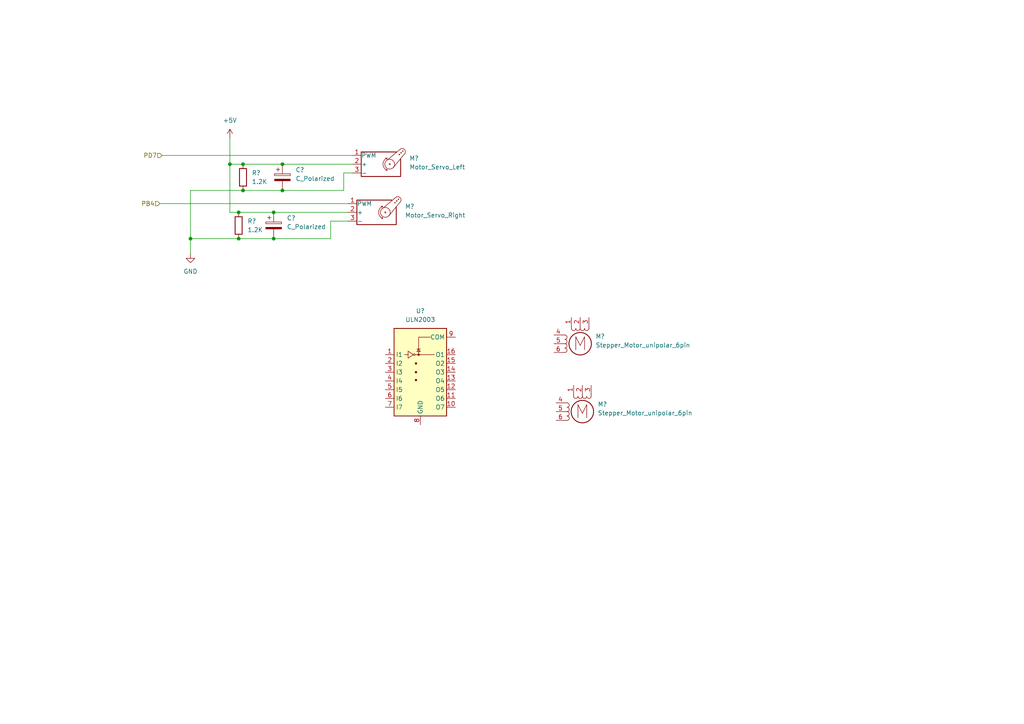
<source format=kicad_sch>
(kicad_sch (version 20211123) (generator eeschema)

  (uuid 304fe70f-dfa0-4929-9122-9e265d12556a)

  (paper "A4")

  (lib_symbols
    (symbol "Device:C_Polarized" (pin_numbers hide) (pin_names (offset 0.254)) (in_bom yes) (on_board yes)
      (property "Reference" "C" (id 0) (at 0.635 2.54 0)
        (effects (font (size 1.27 1.27)) (justify left))
      )
      (property "Value" "C_Polarized" (id 1) (at 0.635 -2.54 0)
        (effects (font (size 1.27 1.27)) (justify left))
      )
      (property "Footprint" "" (id 2) (at 0.9652 -3.81 0)
        (effects (font (size 1.27 1.27)) hide)
      )
      (property "Datasheet" "~" (id 3) (at 0 0 0)
        (effects (font (size 1.27 1.27)) hide)
      )
      (property "ki_keywords" "cap capacitor" (id 4) (at 0 0 0)
        (effects (font (size 1.27 1.27)) hide)
      )
      (property "ki_description" "Polarized capacitor" (id 5) (at 0 0 0)
        (effects (font (size 1.27 1.27)) hide)
      )
      (property "ki_fp_filters" "CP_*" (id 6) (at 0 0 0)
        (effects (font (size 1.27 1.27)) hide)
      )
      (symbol "C_Polarized_0_1"
        (rectangle (start -2.286 0.508) (end 2.286 1.016)
          (stroke (width 0) (type default) (color 0 0 0 0))
          (fill (type none))
        )
        (polyline
          (pts
            (xy -1.778 2.286)
            (xy -0.762 2.286)
          )
          (stroke (width 0) (type default) (color 0 0 0 0))
          (fill (type none))
        )
        (polyline
          (pts
            (xy -1.27 2.794)
            (xy -1.27 1.778)
          )
          (stroke (width 0) (type default) (color 0 0 0 0))
          (fill (type none))
        )
        (rectangle (start 2.286 -0.508) (end -2.286 -1.016)
          (stroke (width 0) (type default) (color 0 0 0 0))
          (fill (type outline))
        )
      )
      (symbol "C_Polarized_1_1"
        (pin passive line (at 0 3.81 270) (length 2.794)
          (name "~" (effects (font (size 1.27 1.27))))
          (number "1" (effects (font (size 1.27 1.27))))
        )
        (pin passive line (at 0 -3.81 90) (length 2.794)
          (name "~" (effects (font (size 1.27 1.27))))
          (number "2" (effects (font (size 1.27 1.27))))
        )
      )
    )
    (symbol "Device:R" (pin_numbers hide) (pin_names (offset 0)) (in_bom yes) (on_board yes)
      (property "Reference" "R" (id 0) (at 2.032 0 90)
        (effects (font (size 1.27 1.27)))
      )
      (property "Value" "R" (id 1) (at 0 0 90)
        (effects (font (size 1.27 1.27)))
      )
      (property "Footprint" "" (id 2) (at -1.778 0 90)
        (effects (font (size 1.27 1.27)) hide)
      )
      (property "Datasheet" "~" (id 3) (at 0 0 0)
        (effects (font (size 1.27 1.27)) hide)
      )
      (property "ki_keywords" "R res resistor" (id 4) (at 0 0 0)
        (effects (font (size 1.27 1.27)) hide)
      )
      (property "ki_description" "Resistor" (id 5) (at 0 0 0)
        (effects (font (size 1.27 1.27)) hide)
      )
      (property "ki_fp_filters" "R_*" (id 6) (at 0 0 0)
        (effects (font (size 1.27 1.27)) hide)
      )
      (symbol "R_0_1"
        (rectangle (start -1.016 -2.54) (end 1.016 2.54)
          (stroke (width 0.254) (type default) (color 0 0 0 0))
          (fill (type none))
        )
      )
      (symbol "R_1_1"
        (pin passive line (at 0 3.81 270) (length 1.27)
          (name "~" (effects (font (size 1.27 1.27))))
          (number "1" (effects (font (size 1.27 1.27))))
        )
        (pin passive line (at 0 -3.81 90) (length 1.27)
          (name "~" (effects (font (size 1.27 1.27))))
          (number "2" (effects (font (size 1.27 1.27))))
        )
      )
    )
    (symbol "Motor:Motor_Servo" (pin_names (offset 0.0254)) (in_bom yes) (on_board yes)
      (property "Reference" "M" (id 0) (at -5.08 4.445 0)
        (effects (font (size 1.27 1.27)) (justify left))
      )
      (property "Value" "Motor_Servo" (id 1) (at -5.08 -4.064 0)
        (effects (font (size 1.27 1.27)) (justify left top))
      )
      (property "Footprint" "" (id 2) (at 0 -4.826 0)
        (effects (font (size 1.27 1.27)) hide)
      )
      (property "Datasheet" "http://forums.parallax.com/uploads/attachments/46831/74481.png" (id 3) (at 0 -4.826 0)
        (effects (font (size 1.27 1.27)) hide)
      )
      (property "ki_keywords" "Servo Motor" (id 4) (at 0 0 0)
        (effects (font (size 1.27 1.27)) hide)
      )
      (property "ki_description" "Servo Motor (Futaba, HiTec, JR connector)" (id 5) (at 0 0 0)
        (effects (font (size 1.27 1.27)) hide)
      )
      (property "ki_fp_filters" "PinHeader*P2.54mm*" (id 6) (at 0 0 0)
        (effects (font (size 1.27 1.27)) hide)
      )
      (symbol "Motor_Servo_0_1"
        (polyline
          (pts
            (xy 2.413 -1.778)
            (xy 2.032 -1.778)
          )
          (stroke (width 0) (type default) (color 0 0 0 0))
          (fill (type none))
        )
        (polyline
          (pts
            (xy 2.413 -1.778)
            (xy 2.286 -1.397)
          )
          (stroke (width 0) (type default) (color 0 0 0 0))
          (fill (type none))
        )
        (polyline
          (pts
            (xy 2.413 1.778)
            (xy 1.905 1.778)
          )
          (stroke (width 0) (type default) (color 0 0 0 0))
          (fill (type none))
        )
        (polyline
          (pts
            (xy 2.413 1.778)
            (xy 2.286 1.397)
          )
          (stroke (width 0) (type default) (color 0 0 0 0))
          (fill (type none))
        )
        (polyline
          (pts
            (xy 6.35 4.445)
            (xy 2.54 1.27)
          )
          (stroke (width 0) (type default) (color 0 0 0 0))
          (fill (type none))
        )
        (polyline
          (pts
            (xy 7.62 3.175)
            (xy 4.191 -1.016)
          )
          (stroke (width 0) (type default) (color 0 0 0 0))
          (fill (type none))
        )
        (polyline
          (pts
            (xy 5.08 3.556)
            (xy -5.08 3.556)
            (xy -5.08 -3.556)
            (xy 6.35 -3.556)
            (xy 6.35 1.524)
          )
          (stroke (width 0.254) (type default) (color 0 0 0 0))
          (fill (type none))
        )
        (arc (start 2.413 1.778) (mid 1.2406 0) (end 2.413 -1.778)
          (stroke (width 0) (type default) (color 0 0 0 0))
          (fill (type none))
        )
        (circle (center 3.175 0) (radius 0.1778)
          (stroke (width 0) (type default) (color 0 0 0 0))
          (fill (type none))
        )
        (circle (center 3.175 0) (radius 1.4224)
          (stroke (width 0) (type default) (color 0 0 0 0))
          (fill (type none))
        )
        (circle (center 5.969 2.794) (radius 0.127)
          (stroke (width 0) (type default) (color 0 0 0 0))
          (fill (type none))
        )
        (circle (center 6.477 3.302) (radius 0.127)
          (stroke (width 0) (type default) (color 0 0 0 0))
          (fill (type none))
        )
        (circle (center 6.985 3.81) (radius 0.127)
          (stroke (width 0) (type default) (color 0 0 0 0))
          (fill (type none))
        )
        (arc (start 7.62 3.175) (mid 7.4485 4.2735) (end 6.35 4.445)
          (stroke (width 0) (type default) (color 0 0 0 0))
          (fill (type none))
        )
      )
      (symbol "Motor_Servo_1_1"
        (pin passive line (at -7.62 2.54 0) (length 2.54)
          (name "PWM" (effects (font (size 1.27 1.27))))
          (number "1" (effects (font (size 1.27 1.27))))
        )
        (pin passive line (at -7.62 0 0) (length 2.54)
          (name "+" (effects (font (size 1.27 1.27))))
          (number "2" (effects (font (size 1.27 1.27))))
        )
        (pin passive line (at -7.62 -2.54 0) (length 2.54)
          (name "-" (effects (font (size 1.27 1.27))))
          (number "3" (effects (font (size 1.27 1.27))))
        )
      )
    )
    (symbol "Motor:Stepper_Motor_unipolar_6pin" (pin_names (offset 0) hide) (in_bom yes) (on_board yes)
      (property "Reference" "M" (id 0) (at 3.81 2.54 0)
        (effects (font (size 1.27 1.27)) (justify left))
      )
      (property "Value" "Stepper_Motor_unipolar_6pin" (id 1) (at 3.81 1.27 0)
        (effects (font (size 1.27 1.27)) (justify left top))
      )
      (property "Footprint" "" (id 2) (at 0.254 -0.254 0)
        (effects (font (size 1.27 1.27)) hide)
      )
      (property "Datasheet" "http://www.infineon.com/dgdl/Application-Note-TLE8110EE_driving_UniPolarStepperMotor_V1.1.pdf?fileId=db3a30431be39b97011be5d0aa0a00b0" (id 3) (at 0.254 -0.254 0)
        (effects (font (size 1.27 1.27)) hide)
      )
      (property "ki_keywords" "unipolar stepper motor" (id 4) (at 0 0 0)
        (effects (font (size 1.27 1.27)) hide)
      )
      (property "ki_description" "6-wire unipolar stepper motor" (id 5) (at 0 0 0)
        (effects (font (size 1.27 1.27)) hide)
      )
      (property "ki_fp_filters" "PinHeader*P2.54mm* TerminalBlock*" (id 6) (at 0 0 0)
        (effects (font (size 1.27 1.27)) hide)
      )
      (symbol "Stepper_Motor_unipolar_6pin_0_0"
        (polyline
          (pts
            (xy -1.27 -1.778)
            (xy -1.27 2.032)
            (xy 0 -0.508)
            (xy 1.27 2.032)
            (xy 1.27 -1.778)
          )
          (stroke (width 0) (type default) (color 0 0 0 0))
          (fill (type none))
        )
      )
      (symbol "Stepper_Motor_unipolar_6pin_0_1"
        (arc (start -4.445 -2.54) (mid -3.81 -1.905) (end -4.445 -1.27)
          (stroke (width 0) (type default) (color 0 0 0 0))
          (fill (type none))
        )
        (arc (start -4.445 -1.27) (mid -3.81 -0.635) (end -4.445 0)
          (stroke (width 0) (type default) (color 0 0 0 0))
          (fill (type none))
        )
        (arc (start -4.445 0) (mid -3.81 0.635) (end -4.445 1.27)
          (stroke (width 0) (type default) (color 0 0 0 0))
          (fill (type none))
        )
        (arc (start -4.445 1.27) (mid -3.81 1.905) (end -4.445 2.54)
          (stroke (width 0) (type default) (color 0 0 0 0))
          (fill (type none))
        )
        (arc (start -2.54 4.445) (mid -1.905 3.81) (end -1.27 4.445)
          (stroke (width 0) (type default) (color 0 0 0 0))
          (fill (type none))
        )
        (arc (start -1.27 4.445) (mid -0.635 3.81) (end 0 4.445)
          (stroke (width 0) (type default) (color 0 0 0 0))
          (fill (type none))
        )
        (polyline
          (pts
            (xy -5.08 -2.54)
            (xy -4.445 -2.54)
          )
          (stroke (width 0) (type default) (color 0 0 0 0))
          (fill (type none))
        )
        (polyline
          (pts
            (xy -5.08 2.54)
            (xy -4.445 2.54)
          )
          (stroke (width 0) (type default) (color 0 0 0 0))
          (fill (type none))
        )
        (polyline
          (pts
            (xy -4.445 0)
            (xy -5.08 0)
          )
          (stroke (width 0) (type default) (color 0 0 0 0))
          (fill (type none))
        )
        (polyline
          (pts
            (xy -2.54 4.445)
            (xy -2.54 5.08)
          )
          (stroke (width 0) (type default) (color 0 0 0 0))
          (fill (type none))
        )
        (polyline
          (pts
            (xy 0 4.445)
            (xy 0 5.08)
          )
          (stroke (width 0) (type default) (color 0 0 0 0))
          (fill (type none))
        )
        (polyline
          (pts
            (xy 2.54 4.445)
            (xy 2.54 5.08)
          )
          (stroke (width 0) (type default) (color 0 0 0 0))
          (fill (type none))
        )
        (circle (center 0 0) (radius 3.2512)
          (stroke (width 0.254) (type default) (color 0 0 0 0))
          (fill (type none))
        )
        (arc (start 0 4.445) (mid 0.635 3.81) (end 1.27 4.445)
          (stroke (width 0) (type default) (color 0 0 0 0))
          (fill (type none))
        )
        (arc (start 1.27 4.445) (mid 1.905 3.81) (end 2.54 4.445)
          (stroke (width 0) (type default) (color 0 0 0 0))
          (fill (type none))
        )
      )
      (symbol "Stepper_Motor_unipolar_6pin_1_1"
        (pin passive line (at -2.54 7.62 270) (length 2.54)
          (name "~" (effects (font (size 1.27 1.27))))
          (number "1" (effects (font (size 1.27 1.27))))
        )
        (pin passive line (at 0 7.62 270) (length 2.54)
          (name "~" (effects (font (size 1.27 1.27))))
          (number "2" (effects (font (size 1.27 1.27))))
        )
        (pin passive line (at 2.54 7.62 270) (length 2.54)
          (name "-" (effects (font (size 1.27 1.27))))
          (number "3" (effects (font (size 1.27 1.27))))
        )
        (pin passive line (at -7.62 2.54 0) (length 2.54)
          (name "~" (effects (font (size 1.27 1.27))))
          (number "4" (effects (font (size 1.27 1.27))))
        )
        (pin passive line (at -7.62 0 0) (length 2.54)
          (name "~" (effects (font (size 1.27 1.27))))
          (number "5" (effects (font (size 1.27 1.27))))
        )
        (pin passive line (at -7.62 -2.54 0) (length 2.54)
          (name "~" (effects (font (size 1.27 1.27))))
          (number "6" (effects (font (size 1.27 1.27))))
        )
      )
    )
    (symbol "Transistor_Array:ULN2003" (in_bom yes) (on_board yes)
      (property "Reference" "U" (id 0) (at 0 15.875 0)
        (effects (font (size 1.27 1.27)))
      )
      (property "Value" "ULN2003" (id 1) (at 0 13.97 0)
        (effects (font (size 1.27 1.27)))
      )
      (property "Footprint" "" (id 2) (at 1.27 -13.97 0)
        (effects (font (size 1.27 1.27)) (justify left) hide)
      )
      (property "Datasheet" "http://www.ti.com/lit/ds/symlink/uln2003a.pdf" (id 3) (at 2.54 -5.08 0)
        (effects (font (size 1.27 1.27)) hide)
      )
      (property "ki_keywords" "darlington transistor array" (id 4) (at 0 0 0)
        (effects (font (size 1.27 1.27)) hide)
      )
      (property "ki_description" "High Voltage, High Current Darlington Transistor Arrays, SOIC16/SOIC16W/DIP16/TSSOP16" (id 5) (at 0 0 0)
        (effects (font (size 1.27 1.27)) hide)
      )
      (property "ki_fp_filters" "DIP*W7.62mm* SOIC*3.9x9.9mm*P1.27mm* SSOP*4.4x5.2mm*P0.65mm* TSSOP*4.4x5mm*P0.65mm* SOIC*W*5.3x10.2mm*P1.27mm*" (id 6) (at 0 0 0)
        (effects (font (size 1.27 1.27)) hide)
      )
      (symbol "ULN2003_0_1"
        (rectangle (start -7.62 -12.7) (end 7.62 12.7)
          (stroke (width 0.254) (type default) (color 0 0 0 0))
          (fill (type background))
        )
        (circle (center -1.778 5.08) (radius 0.254)
          (stroke (width 0) (type default) (color 0 0 0 0))
          (fill (type none))
        )
        (circle (center -1.27 -2.286) (radius 0.254)
          (stroke (width 0) (type default) (color 0 0 0 0))
          (fill (type outline))
        )
        (circle (center -1.27 0) (radius 0.254)
          (stroke (width 0) (type default) (color 0 0 0 0))
          (fill (type outline))
        )
        (circle (center -1.27 2.54) (radius 0.254)
          (stroke (width 0) (type default) (color 0 0 0 0))
          (fill (type outline))
        )
        (circle (center -0.508 5.08) (radius 0.254)
          (stroke (width 0) (type default) (color 0 0 0 0))
          (fill (type outline))
        )
        (polyline
          (pts
            (xy -4.572 5.08)
            (xy -3.556 5.08)
          )
          (stroke (width 0) (type default) (color 0 0 0 0))
          (fill (type none))
        )
        (polyline
          (pts
            (xy -1.524 5.08)
            (xy 4.064 5.08)
          )
          (stroke (width 0) (type default) (color 0 0 0 0))
          (fill (type none))
        )
        (polyline
          (pts
            (xy 0 6.731)
            (xy -1.016 6.731)
          )
          (stroke (width 0) (type default) (color 0 0 0 0))
          (fill (type none))
        )
        (polyline
          (pts
            (xy -0.508 5.08)
            (xy -0.508 10.16)
            (xy 2.921 10.16)
          )
          (stroke (width 0) (type default) (color 0 0 0 0))
          (fill (type none))
        )
        (polyline
          (pts
            (xy -3.556 6.096)
            (xy -3.556 4.064)
            (xy -2.032 5.08)
            (xy -3.556 6.096)
          )
          (stroke (width 0) (type default) (color 0 0 0 0))
          (fill (type none))
        )
        (polyline
          (pts
            (xy 0 5.969)
            (xy -1.016 5.969)
            (xy -0.508 6.731)
            (xy 0 5.969)
          )
          (stroke (width 0) (type default) (color 0 0 0 0))
          (fill (type none))
        )
      )
      (symbol "ULN2003_1_1"
        (pin input line (at -10.16 5.08 0) (length 2.54)
          (name "I1" (effects (font (size 1.27 1.27))))
          (number "1" (effects (font (size 1.27 1.27))))
        )
        (pin open_collector line (at 10.16 -10.16 180) (length 2.54)
          (name "O7" (effects (font (size 1.27 1.27))))
          (number "10" (effects (font (size 1.27 1.27))))
        )
        (pin open_collector line (at 10.16 -7.62 180) (length 2.54)
          (name "O6" (effects (font (size 1.27 1.27))))
          (number "11" (effects (font (size 1.27 1.27))))
        )
        (pin open_collector line (at 10.16 -5.08 180) (length 2.54)
          (name "O5" (effects (font (size 1.27 1.27))))
          (number "12" (effects (font (size 1.27 1.27))))
        )
        (pin open_collector line (at 10.16 -2.54 180) (length 2.54)
          (name "O4" (effects (font (size 1.27 1.27))))
          (number "13" (effects (font (size 1.27 1.27))))
        )
        (pin open_collector line (at 10.16 0 180) (length 2.54)
          (name "O3" (effects (font (size 1.27 1.27))))
          (number "14" (effects (font (size 1.27 1.27))))
        )
        (pin open_collector line (at 10.16 2.54 180) (length 2.54)
          (name "O2" (effects (font (size 1.27 1.27))))
          (number "15" (effects (font (size 1.27 1.27))))
        )
        (pin open_collector line (at 10.16 5.08 180) (length 2.54)
          (name "O1" (effects (font (size 1.27 1.27))))
          (number "16" (effects (font (size 1.27 1.27))))
        )
        (pin input line (at -10.16 2.54 0) (length 2.54)
          (name "I2" (effects (font (size 1.27 1.27))))
          (number "2" (effects (font (size 1.27 1.27))))
        )
        (pin input line (at -10.16 0 0) (length 2.54)
          (name "I3" (effects (font (size 1.27 1.27))))
          (number "3" (effects (font (size 1.27 1.27))))
        )
        (pin input line (at -10.16 -2.54 0) (length 2.54)
          (name "I4" (effects (font (size 1.27 1.27))))
          (number "4" (effects (font (size 1.27 1.27))))
        )
        (pin input line (at -10.16 -5.08 0) (length 2.54)
          (name "I5" (effects (font (size 1.27 1.27))))
          (number "5" (effects (font (size 1.27 1.27))))
        )
        (pin input line (at -10.16 -7.62 0) (length 2.54)
          (name "I6" (effects (font (size 1.27 1.27))))
          (number "6" (effects (font (size 1.27 1.27))))
        )
        (pin input line (at -10.16 -10.16 0) (length 2.54)
          (name "I7" (effects (font (size 1.27 1.27))))
          (number "7" (effects (font (size 1.27 1.27))))
        )
        (pin power_in line (at 0 -15.24 90) (length 2.54)
          (name "GND" (effects (font (size 1.27 1.27))))
          (number "8" (effects (font (size 1.27 1.27))))
        )
        (pin passive line (at 10.16 10.16 180) (length 2.54)
          (name "COM" (effects (font (size 1.27 1.27))))
          (number "9" (effects (font (size 1.27 1.27))))
        )
      )
    )
    (symbol "power:+5V" (power) (pin_names (offset 0)) (in_bom yes) (on_board yes)
      (property "Reference" "#PWR" (id 0) (at 0 -3.81 0)
        (effects (font (size 1.27 1.27)) hide)
      )
      (property "Value" "+5V" (id 1) (at 0 3.556 0)
        (effects (font (size 1.27 1.27)))
      )
      (property "Footprint" "" (id 2) (at 0 0 0)
        (effects (font (size 1.27 1.27)) hide)
      )
      (property "Datasheet" "" (id 3) (at 0 0 0)
        (effects (font (size 1.27 1.27)) hide)
      )
      (property "ki_keywords" "power-flag" (id 4) (at 0 0 0)
        (effects (font (size 1.27 1.27)) hide)
      )
      (property "ki_description" "Power symbol creates a global label with name \"+5V\"" (id 5) (at 0 0 0)
        (effects (font (size 1.27 1.27)) hide)
      )
      (symbol "+5V_0_1"
        (polyline
          (pts
            (xy -0.762 1.27)
            (xy 0 2.54)
          )
          (stroke (width 0) (type default) (color 0 0 0 0))
          (fill (type none))
        )
        (polyline
          (pts
            (xy 0 0)
            (xy 0 2.54)
          )
          (stroke (width 0) (type default) (color 0 0 0 0))
          (fill (type none))
        )
        (polyline
          (pts
            (xy 0 2.54)
            (xy 0.762 1.27)
          )
          (stroke (width 0) (type default) (color 0 0 0 0))
          (fill (type none))
        )
      )
      (symbol "+5V_1_1"
        (pin power_in line (at 0 0 90) (length 0) hide
          (name "+5V" (effects (font (size 1.27 1.27))))
          (number "1" (effects (font (size 1.27 1.27))))
        )
      )
    )
    (symbol "power:GND" (power) (pin_names (offset 0)) (in_bom yes) (on_board yes)
      (property "Reference" "#PWR" (id 0) (at 0 -6.35 0)
        (effects (font (size 1.27 1.27)) hide)
      )
      (property "Value" "GND" (id 1) (at 0 -3.81 0)
        (effects (font (size 1.27 1.27)))
      )
      (property "Footprint" "" (id 2) (at 0 0 0)
        (effects (font (size 1.27 1.27)) hide)
      )
      (property "Datasheet" "" (id 3) (at 0 0 0)
        (effects (font (size 1.27 1.27)) hide)
      )
      (property "ki_keywords" "power-flag" (id 4) (at 0 0 0)
        (effects (font (size 1.27 1.27)) hide)
      )
      (property "ki_description" "Power symbol creates a global label with name \"GND\" , ground" (id 5) (at 0 0 0)
        (effects (font (size 1.27 1.27)) hide)
      )
      (symbol "GND_0_1"
        (polyline
          (pts
            (xy 0 0)
            (xy 0 -1.27)
            (xy 1.27 -1.27)
            (xy 0 -2.54)
            (xy -1.27 -1.27)
            (xy 0 -1.27)
          )
          (stroke (width 0) (type default) (color 0 0 0 0))
          (fill (type none))
        )
      )
      (symbol "GND_1_1"
        (pin power_in line (at 0 0 270) (length 0) hide
          (name "GND" (effects (font (size 1.27 1.27))))
          (number "1" (effects (font (size 1.27 1.27))))
        )
      )
    )
  )

  (junction (at 69.215 61.595) (diameter 0) (color 0 0 0 0)
    (uuid 00b65f57-453f-451b-b6b5-efa91c46b0eb)
  )
  (junction (at 70.485 47.625) (diameter 0) (color 0 0 0 0)
    (uuid 0d6cc883-9cc2-447e-aced-8ab0df76e61b)
  )
  (junction (at 79.375 61.595) (diameter 0) (color 0 0 0 0)
    (uuid 2f486cfa-1bd6-4742-ac34-e637a084602b)
  )
  (junction (at 81.915 47.625) (diameter 0) (color 0 0 0 0)
    (uuid 3ffa8bb1-e99b-48e1-ad4a-901d626b6cc4)
  )
  (junction (at 55.245 69.215) (diameter 0) (color 0 0 0 0)
    (uuid 5ba1c4fd-a291-445e-adc6-76d8170ddd7e)
  )
  (junction (at 69.215 69.215) (diameter 0) (color 0 0 0 0)
    (uuid 9cd8cdaf-1509-455f-88bd-3e1ef34068bf)
  )
  (junction (at 81.915 55.245) (diameter 0) (color 0 0 0 0)
    (uuid a49cff34-e81b-4807-82e4-7d1facb56f6f)
  )
  (junction (at 79.375 69.215) (diameter 0) (color 0 0 0 0)
    (uuid c2bc17e2-d0f3-4bac-88ae-757e24ff2acf)
  )
  (junction (at 66.675 47.625) (diameter 0) (color 0 0 0 0)
    (uuid ea7b762b-873e-4b00-a63f-71b99b1fab06)
  )
  (junction (at 70.485 55.245) (diameter 0) (color 0 0 0 0)
    (uuid ea848eaa-458e-4e97-aae2-c1bfb939f275)
  )

  (wire (pts (xy 55.245 69.215) (xy 69.215 69.215))
    (stroke (width 0) (type default) (color 0 0 0 0))
    (uuid 00ef08f3-103c-4888-b4ce-5d301a8dca40)
  )
  (wire (pts (xy 55.245 73.66) (xy 55.245 69.215))
    (stroke (width 0) (type default) (color 0 0 0 0))
    (uuid 0c313971-f526-4adb-b38a-0415e4fe66c1)
  )
  (wire (pts (xy 81.915 55.245) (xy 99.695 55.245))
    (stroke (width 0) (type default) (color 0 0 0 0))
    (uuid 17451ddc-3dda-464d-9228-5fd3e89935da)
  )
  (wire (pts (xy 46.355 59.055) (xy 100.965 59.055))
    (stroke (width 0) (type default) (color 0 0 0 0))
    (uuid 224e450a-d246-4fa5-ab83-7a2114d26e9c)
  )
  (wire (pts (xy 69.215 69.215) (xy 79.375 69.215))
    (stroke (width 0) (type default) (color 0 0 0 0))
    (uuid 30791eff-8901-4470-b3f3-3aea46032fa8)
  )
  (wire (pts (xy 46.99 45.085) (xy 102.235 45.085))
    (stroke (width 0) (type default) (color 0 0 0 0))
    (uuid 334502bb-327b-46cb-b2cc-62d3fc91e5af)
  )
  (wire (pts (xy 95.885 64.135) (xy 95.885 69.215))
    (stroke (width 0) (type default) (color 0 0 0 0))
    (uuid 43b264b9-59ae-4c85-8368-1a5b1e53e6ab)
  )
  (wire (pts (xy 69.215 61.595) (xy 79.375 61.595))
    (stroke (width 0) (type default) (color 0 0 0 0))
    (uuid 4d2e5c6d-f132-4df3-a13a-9ce753c0fb20)
  )
  (wire (pts (xy 66.675 40.005) (xy 66.675 47.625))
    (stroke (width 0) (type default) (color 0 0 0 0))
    (uuid 69db6b30-1a0c-4a39-befe-4316a0389742)
  )
  (wire (pts (xy 70.485 55.245) (xy 81.915 55.245))
    (stroke (width 0) (type default) (color 0 0 0 0))
    (uuid 6b7b4b5c-f57c-472a-a478-e77c5bc54699)
  )
  (wire (pts (xy 102.235 50.165) (xy 99.695 50.165))
    (stroke (width 0) (type default) (color 0 0 0 0))
    (uuid 82bfbf71-e096-4f49-a602-6246afea7bc0)
  )
  (wire (pts (xy 66.675 61.595) (xy 69.215 61.595))
    (stroke (width 0) (type default) (color 0 0 0 0))
    (uuid 883f0ac5-c863-4262-abb9-389ecb669a89)
  )
  (wire (pts (xy 100.965 64.135) (xy 95.885 64.135))
    (stroke (width 0) (type default) (color 0 0 0 0))
    (uuid 9eb3ae18-dc8d-4686-87e3-7e40ab29a561)
  )
  (wire (pts (xy 81.915 47.625) (xy 102.235 47.625))
    (stroke (width 0) (type default) (color 0 0 0 0))
    (uuid a21b3014-b9b2-4991-9dcc-b6bbd492255f)
  )
  (wire (pts (xy 79.375 61.595) (xy 100.965 61.595))
    (stroke (width 0) (type default) (color 0 0 0 0))
    (uuid b6bc3250-17c7-4566-932b-a162a6066e6f)
  )
  (wire (pts (xy 66.675 47.625) (xy 66.675 61.595))
    (stroke (width 0) (type default) (color 0 0 0 0))
    (uuid c6e36f8e-3772-4e05-b640-23639994290d)
  )
  (wire (pts (xy 70.485 47.625) (xy 81.915 47.625))
    (stroke (width 0) (type default) (color 0 0 0 0))
    (uuid cc331806-d216-4567-90ad-73e2194e25ec)
  )
  (wire (pts (xy 79.375 69.215) (xy 95.885 69.215))
    (stroke (width 0) (type default) (color 0 0 0 0))
    (uuid cc3cbad5-5090-4b4a-816e-77c5eeb17834)
  )
  (wire (pts (xy 55.245 55.245) (xy 55.245 69.215))
    (stroke (width 0) (type default) (color 0 0 0 0))
    (uuid dbc4b2ac-663a-4ba9-b73b-554ba7c6c5ca)
  )
  (wire (pts (xy 99.695 50.165) (xy 99.695 55.245))
    (stroke (width 0) (type default) (color 0 0 0 0))
    (uuid e585a724-933f-4f57-93d0-836083f16a5e)
  )
  (wire (pts (xy 55.245 55.245) (xy 70.485 55.245))
    (stroke (width 0) (type default) (color 0 0 0 0))
    (uuid ecd7c578-91bb-4abb-9bee-d90a2b741fe7)
  )
  (wire (pts (xy 66.675 47.625) (xy 70.485 47.625))
    (stroke (width 0) (type default) (color 0 0 0 0))
    (uuid f8f16073-a6a2-4397-a523-5756c07c7683)
  )

  (hierarchical_label "PD7" (shape input) (at 46.99 45.085 180)
    (effects (font (size 1.27 1.27)) (justify right))
    (uuid 2f64a735-8a7d-4866-875d-bd160f900d5f)
  )
  (hierarchical_label "PB4" (shape input) (at 46.355 59.055 180)
    (effects (font (size 1.27 1.27)) (justify right))
    (uuid cdcf908d-bb0a-4627-990d-edb111f16a8d)
  )

  (symbol (lib_id "Device:R") (at 70.485 51.435 0) (unit 1)
    (in_bom yes) (on_board yes) (fields_autoplaced)
    (uuid 072a795c-f248-4447-8d20-b712232c1328)
    (property "Reference" "R?" (id 0) (at 73.025 50.1649 0)
      (effects (font (size 1.27 1.27)) (justify left))
    )
    (property "Value" "1.2K" (id 1) (at 73.025 52.7049 0)
      (effects (font (size 1.27 1.27)) (justify left))
    )
    (property "Footprint" "" (id 2) (at 68.707 51.435 90)
      (effects (font (size 1.27 1.27)) hide)
    )
    (property "Datasheet" "~" (id 3) (at 70.485 51.435 0)
      (effects (font (size 1.27 1.27)) hide)
    )
    (pin "1" (uuid a92de3a2-b2bc-427b-a63b-8ae69b8f32ad))
    (pin "2" (uuid ec241fe6-5a7f-4f33-a256-3dbb99b62f07))
  )

  (symbol (lib_id "Device:C_Polarized") (at 79.375 65.405 0) (unit 1)
    (in_bom yes) (on_board yes) (fields_autoplaced)
    (uuid 0d71969e-87b2-44a0-983e-ae2ef4757745)
    (property "Reference" "C?" (id 0) (at 83.185 63.2459 0)
      (effects (font (size 1.27 1.27)) (justify left))
    )
    (property "Value" "C_Polarized" (id 1) (at 83.185 65.7859 0)
      (effects (font (size 1.27 1.27)) (justify left))
    )
    (property "Footprint" "" (id 2) (at 80.3402 69.215 0)
      (effects (font (size 1.27 1.27)) hide)
    )
    (property "Datasheet" "~" (id 3) (at 79.375 65.405 0)
      (effects (font (size 1.27 1.27)) hide)
    )
    (pin "1" (uuid 2aee644c-1ac1-4258-9ea8-32d991042e88))
    (pin "2" (uuid f43de5ae-6e3f-412e-ba20-127183ab2a2a))
  )

  (symbol (lib_id "Motor:Stepper_Motor_unipolar_6pin") (at 168.275 99.695 0) (unit 1)
    (in_bom yes) (on_board yes) (fields_autoplaced)
    (uuid 172a17ac-0aad-4ec0-b431-95ac9d16e4fc)
    (property "Reference" "M?" (id 0) (at 172.72 97.574 0)
      (effects (font (size 1.27 1.27)) (justify left))
    )
    (property "Value" "Stepper_Motor_unipolar_6pin" (id 1) (at 172.72 100.114 0)
      (effects (font (size 1.27 1.27)) (justify left))
    )
    (property "Footprint" "Connector_PinHeader_2.54mm:PinHeader_1x04_P2.54mm_Vertical" (id 2) (at 168.529 99.949 0)
      (effects (font (size 1.27 1.27)) hide)
    )
    (property "Datasheet" "http://www.infineon.com/dgdl/Application-Note-TLE8110EE_driving_UniPolarStepperMotor_V1.1.pdf?fileId=db3a30431be39b97011be5d0aa0a00b0" (id 3) (at 168.529 99.949 0)
      (effects (font (size 1.27 1.27)) hide)
    )
    (pin "1" (uuid 702f345d-cf9b-476a-818b-4341640f0c6b))
    (pin "2" (uuid c20bd5ab-54ab-4c37-88c7-bf86d32dfda7))
    (pin "3" (uuid cf7d8c2b-4c43-46cf-9f35-48c8829aa6b9))
    (pin "4" (uuid f887d3f1-102a-4005-b4b4-a0cdde961ddd))
    (pin "5" (uuid 981ea503-ce1d-4062-ab88-c159e6dd8690))
    (pin "6" (uuid 468953f5-be02-41bc-a852-65d24933c053))
  )

  (symbol (lib_id "Motor:Motor_Servo") (at 109.855 47.625 0) (unit 1)
    (in_bom yes) (on_board yes) (fields_autoplaced)
    (uuid 3c4367bd-88e6-41f2-90e6-7e8b710b6299)
    (property "Reference" "M?" (id 0) (at 118.745 45.9215 0)
      (effects (font (size 1.27 1.27)) (justify left))
    )
    (property "Value" "Motor_Servo_Left " (id 1) (at 118.745 48.4615 0)
      (effects (font (size 1.27 1.27)) (justify left))
    )
    (property "Footprint" "" (id 2) (at 109.855 52.451 0)
      (effects (font (size 1.27 1.27)) hide)
    )
    (property "Datasheet" "http://forums.parallax.com/uploads/attachments/46831/74481.png" (id 3) (at 109.855 52.451 0)
      (effects (font (size 1.27 1.27)) hide)
    )
    (pin "1" (uuid 54b1f8e5-f1bc-46ac-a003-19b3ec85bf93))
    (pin "2" (uuid 74e59fc6-d992-4c2b-9efa-c83f77c85bf4))
    (pin "3" (uuid 9bec9970-d169-4dd2-86d7-c6036f26d330))
  )

  (symbol (lib_id "Motor:Motor_Servo") (at 108.585 61.595 0) (unit 1)
    (in_bom yes) (on_board yes) (fields_autoplaced)
    (uuid 70687db2-949c-494f-be7f-4fc6a37298a3)
    (property "Reference" "M?" (id 0) (at 117.475 59.8915 0)
      (effects (font (size 1.27 1.27)) (justify left))
    )
    (property "Value" "Motor_Servo_Right" (id 1) (at 117.475 62.4315 0)
      (effects (font (size 1.27 1.27)) (justify left))
    )
    (property "Footprint" "" (id 2) (at 108.585 66.421 0)
      (effects (font (size 1.27 1.27)) hide)
    )
    (property "Datasheet" "http://forums.parallax.com/uploads/attachments/46831/74481.png" (id 3) (at 108.585 66.421 0)
      (effects (font (size 1.27 1.27)) hide)
    )
    (pin "1" (uuid 798a40c8-75b6-48e8-a7fe-1cb58d836763))
    (pin "2" (uuid c04e805f-5473-4635-9cce-8392fb1cded2))
    (pin "3" (uuid b85f73b5-9bb6-4673-8e56-e54bde540d4a))
  )

  (symbol (lib_id "power:+5V") (at 66.675 40.005 0) (unit 1)
    (in_bom yes) (on_board yes) (fields_autoplaced)
    (uuid 7fdb4127-a35b-4b15-85a8-6029422ec1be)
    (property "Reference" "#PWR?" (id 0) (at 66.675 43.815 0)
      (effects (font (size 1.27 1.27)) hide)
    )
    (property "Value" "+5V" (id 1) (at 66.675 34.925 0))
    (property "Footprint" "" (id 2) (at 66.675 40.005 0)
      (effects (font (size 1.27 1.27)) hide)
    )
    (property "Datasheet" "" (id 3) (at 66.675 40.005 0)
      (effects (font (size 1.27 1.27)) hide)
    )
    (pin "1" (uuid 6903fa20-19b8-4908-8e9c-fed6755331d2))
  )

  (symbol (lib_id "power:GND") (at 55.245 73.66 0) (unit 1)
    (in_bom yes) (on_board yes) (fields_autoplaced)
    (uuid 96861dca-9970-4206-8dd9-f60e4916de1e)
    (property "Reference" "#PWR?" (id 0) (at 55.245 80.01 0)
      (effects (font (size 1.27 1.27)) hide)
    )
    (property "Value" "GND" (id 1) (at 55.245 78.74 0))
    (property "Footprint" "" (id 2) (at 55.245 73.66 0)
      (effects (font (size 1.27 1.27)) hide)
    )
    (property "Datasheet" "" (id 3) (at 55.245 73.66 0)
      (effects (font (size 1.27 1.27)) hide)
    )
    (pin "1" (uuid b25e793a-d0ce-4cb9-931b-06b97d1c22c7))
  )

  (symbol (lib_id "Motor:Stepper_Motor_unipolar_6pin") (at 168.91 119.38 0) (unit 1)
    (in_bom yes) (on_board yes) (fields_autoplaced)
    (uuid 97e167f4-6f90-45df-8c17-3446b2b60901)
    (property "Reference" "M?" (id 0) (at 173.355 117.259 0)
      (effects (font (size 1.27 1.27)) (justify left))
    )
    (property "Value" "Stepper_Motor_unipolar_6pin" (id 1) (at 173.355 119.799 0)
      (effects (font (size 1.27 1.27)) (justify left))
    )
    (property "Footprint" "Connector_PinHeader_2.54mm:PinHeader_1x04_P2.54mm_Vertical" (id 2) (at 169.164 119.634 0)
      (effects (font (size 1.27 1.27)) hide)
    )
    (property "Datasheet" "http://www.infineon.com/dgdl/Application-Note-TLE8110EE_driving_UniPolarStepperMotor_V1.1.pdf?fileId=db3a30431be39b97011be5d0aa0a00b0" (id 3) (at 169.164 119.634 0)
      (effects (font (size 1.27 1.27)) hide)
    )
    (pin "1" (uuid 83f8146e-020b-49f4-96ed-89b86a2dad74))
    (pin "2" (uuid f12b5e2d-c840-463b-9618-3286b936e393))
    (pin "3" (uuid e9b76d99-7999-433d-9b9a-df1c9b6c6bf7))
    (pin "4" (uuid d7a96474-bb80-43d9-a510-ca3be89efe72))
    (pin "5" (uuid 50ced955-e377-4768-91b8-71dc7bc5dc83))
    (pin "6" (uuid 410c6919-519e-4165-99f7-e01b87572b37))
  )

  (symbol (lib_id "Transistor_Array:ULN2003") (at 121.92 107.95 0) (unit 1)
    (in_bom yes) (on_board yes) (fields_autoplaced)
    (uuid b3b696fa-8ffb-47c3-8624-d8b0caa6d2af)
    (property "Reference" "U?" (id 0) (at 121.92 90.17 0))
    (property "Value" "ULN2003" (id 1) (at 121.92 92.71 0))
    (property "Footprint" "" (id 2) (at 123.19 121.92 0)
      (effects (font (size 1.27 1.27)) (justify left) hide)
    )
    (property "Datasheet" "http://www.ti.com/lit/ds/symlink/uln2003a.pdf" (id 3) (at 124.46 113.03 0)
      (effects (font (size 1.27 1.27)) hide)
    )
    (pin "1" (uuid a9514eae-1b4e-45e9-9525-72da0470ffb5))
    (pin "10" (uuid 6fa400f9-0b17-41bd-91f7-f25d19f4e60e))
    (pin "11" (uuid 1a90c12e-5159-47ec-a029-43b7d97f0d71))
    (pin "12" (uuid f78749da-d8ee-42bc-8d42-3ff4765f40ac))
    (pin "13" (uuid 1dedbaf6-7f85-49fa-bf5f-59a1c1da099f))
    (pin "14" (uuid 25a5d855-ce92-4e65-a26c-20b9d336bd58))
    (pin "15" (uuid 37d20459-aa21-49e5-b65d-e44dfa902370))
    (pin "16" (uuid af965ec9-ccf9-45ff-b0d5-2d1b66e77bb4))
    (pin "2" (uuid bfad646e-6562-4f0d-a560-bea05060db9e))
    (pin "3" (uuid d5863187-cc1c-4b28-95a9-b9bcc36f186e))
    (pin "4" (uuid 9ba91fe3-e2f8-477d-b6d1-ae22d969a8a2))
    (pin "5" (uuid 998fc360-cddc-456e-a5fa-2d71be658a73))
    (pin "6" (uuid 203fab2c-b33e-44a5-af7f-d03685ce5e63))
    (pin "7" (uuid 53151983-a4d2-44ff-aed9-03ee41a23dfe))
    (pin "8" (uuid dd1fd317-da09-4c42-b599-b02f10386cee))
    (pin "9" (uuid 36c47772-48ef-4508-a54a-152ec5c89a1e))
  )

  (symbol (lib_id "Device:C_Polarized") (at 81.915 51.435 0) (unit 1)
    (in_bom yes) (on_board yes) (fields_autoplaced)
    (uuid ba22fb5d-ac60-4512-8576-f27c08c1be56)
    (property "Reference" "C?" (id 0) (at 85.725 49.2759 0)
      (effects (font (size 1.27 1.27)) (justify left))
    )
    (property "Value" "C_Polarized" (id 1) (at 85.725 51.8159 0)
      (effects (font (size 1.27 1.27)) (justify left))
    )
    (property "Footprint" "" (id 2) (at 82.8802 55.245 0)
      (effects (font (size 1.27 1.27)) hide)
    )
    (property "Datasheet" "~" (id 3) (at 81.915 51.435 0)
      (effects (font (size 1.27 1.27)) hide)
    )
    (pin "1" (uuid b3609335-9237-4867-9d94-f5f6f06e4e7a))
    (pin "2" (uuid 23786503-e42d-4527-bf33-5c1af88bab30))
  )

  (symbol (lib_id "Device:R") (at 69.215 65.405 0) (unit 1)
    (in_bom yes) (on_board yes) (fields_autoplaced)
    (uuid fc4c116a-d0a0-4c65-b98d-95ee46dd9a44)
    (property "Reference" "R?" (id 0) (at 71.755 64.1349 0)
      (effects (font (size 1.27 1.27)) (justify left))
    )
    (property "Value" "1.2K" (id 1) (at 71.755 66.6749 0)
      (effects (font (size 1.27 1.27)) (justify left))
    )
    (property "Footprint" "" (id 2) (at 67.437 65.405 90)
      (effects (font (size 1.27 1.27)) hide)
    )
    (property "Datasheet" "~" (id 3) (at 69.215 65.405 0)
      (effects (font (size 1.27 1.27)) hide)
    )
    (pin "1" (uuid 455a78a3-143c-44f0-bbbd-5518a6d61f6f))
    (pin "2" (uuid 438e12ac-6900-478a-ba20-34496a61bcab))
  )
)

</source>
